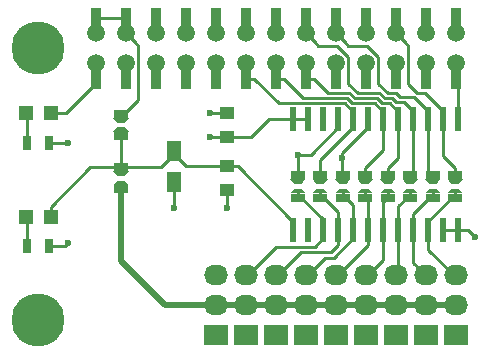
<source format=gtl>
G04 #@! TF.FileFunction,Copper,L1,Top,Signal*
%FSLAX46Y46*%
G04 Gerber Fmt 4.6, Leading zero omitted, Abs format (unit mm)*
G04 Created by KiCad (PCBNEW 4.0.0-stable) date Tuesday, March 22, 2016 'PMt' 06:17:10 PM*
%MOMM*%
G01*
G04 APERTURE LIST*
%ADD10C,0.100000*%
%ADD11R,1.250000X1.000000*%
%ADD12R,1.230000X1.800000*%
%ADD13C,4.500000*%
%ADD14R,0.889000X1.680000*%
%ADD15C,1.500000*%
%ADD16R,2.032000X1.727200*%
%ADD17O,2.032000X1.727200*%
%ADD18R,0.600000X2.000000*%
%ADD19R,1.198880X1.198880*%
%ADD20R,0.700000X1.300000*%
%ADD21R,1.300000X0.700000*%
%ADD22C,0.600000*%
%ADD23C,0.250000*%
%ADD24C,0.500000*%
G04 APERTURE END LIST*
D10*
D11*
X19500000Y19000000D03*
X19500000Y21000000D03*
D12*
X15000000Y15190000D03*
X15000000Y17810000D03*
D11*
X19500000Y16500000D03*
X19500000Y14500000D03*
D13*
X3500000Y26500000D03*
X3500000Y3500000D03*
D14*
X8370000Y23920000D03*
X8370000Y29080000D03*
X10910000Y23920000D03*
X10910000Y29080000D03*
X13450000Y23920000D03*
X13450000Y29080000D03*
X15990000Y23920000D03*
X15990000Y29080000D03*
X18530000Y23920000D03*
X18530000Y29080000D03*
X21070000Y23920000D03*
X21070000Y29080000D03*
X23610000Y23920000D03*
X23610000Y29080000D03*
X26150000Y23920000D03*
X26150000Y29080000D03*
X28690000Y23920000D03*
X28690000Y29080000D03*
X31230000Y23920000D03*
X31230000Y29080000D03*
X33770000Y23920000D03*
X33770000Y29080000D03*
X36310000Y23920000D03*
X36310000Y29080000D03*
X38850000Y23920000D03*
X38850000Y29080000D03*
D15*
X8370000Y25230000D03*
X8370000Y27770000D03*
X10910000Y25230000D03*
X13450000Y25230000D03*
X15990000Y25230000D03*
X18530000Y25230000D03*
X21070000Y25230000D03*
X23610000Y25230000D03*
X26150000Y25230000D03*
X28690000Y25230000D03*
X31230000Y25230000D03*
X33770000Y25230000D03*
X36310000Y25230000D03*
X38850000Y25230000D03*
X10910000Y27770000D03*
X13450000Y27770000D03*
X15990000Y27770000D03*
X18530000Y27770000D03*
X21070000Y27770000D03*
X23610000Y27770000D03*
X26150000Y27770000D03*
X28690000Y27770000D03*
X31230000Y27770000D03*
X33770000Y27770000D03*
X36310000Y27770000D03*
X38850000Y27770000D03*
D16*
X18530000Y2200000D03*
D17*
X18530000Y4740000D03*
X18530000Y7280000D03*
D16*
X21070000Y2200000D03*
D17*
X21070000Y4740000D03*
X21070000Y7280000D03*
D16*
X23610000Y2200000D03*
D17*
X23610000Y4740000D03*
X23610000Y7280000D03*
D16*
X26150000Y2200000D03*
D17*
X26150000Y4740000D03*
X26150000Y7280000D03*
D16*
X28690000Y2200000D03*
D17*
X28690000Y4740000D03*
X28690000Y7280000D03*
D16*
X31230000Y2200000D03*
D17*
X31230000Y4740000D03*
X31230000Y7280000D03*
D16*
X33770000Y2200000D03*
D17*
X33770000Y4740000D03*
X33770000Y7280000D03*
D16*
X36310000Y2200000D03*
D17*
X36310000Y4740000D03*
X36310000Y7280000D03*
D16*
X38850000Y2200000D03*
D17*
X38850000Y4740000D03*
X38850000Y7280000D03*
D18*
X25085000Y11110000D03*
X26355000Y11110000D03*
X27625000Y11110000D03*
X28895000Y11110000D03*
X30165000Y11110000D03*
X31435000Y11110000D03*
X32705000Y11110000D03*
X33975000Y11110000D03*
X35245000Y11110000D03*
X36515000Y11110000D03*
X37785000Y11110000D03*
X39055000Y11110000D03*
X39055000Y20510000D03*
X37785000Y20510000D03*
X36515000Y20510000D03*
X35245000Y20510000D03*
X33975000Y20510000D03*
X32705000Y20510000D03*
X31435000Y20510000D03*
X30165000Y20510000D03*
X28895000Y20510000D03*
X27625000Y20510000D03*
X26355000Y20510000D03*
X25085000Y20510000D03*
D19*
X4549020Y21000000D03*
X2450980Y21000000D03*
X4549020Y12250000D03*
X2450980Y12250000D03*
D20*
X2550000Y18500000D03*
X4450000Y18500000D03*
X2550000Y9750000D03*
X4450000Y9750000D03*
D21*
X10500000Y19050000D03*
X10500000Y20950000D03*
D10*
G36*
X11150000Y19400000D02*
X9850000Y19400000D01*
X10150000Y19800000D01*
X10850000Y19800000D01*
X11150000Y19400000D01*
X11150000Y19400000D01*
G37*
G36*
X10850000Y20200000D02*
X10150000Y20200000D01*
X9850000Y20600000D01*
X11150000Y20600000D01*
X10850000Y20200000D01*
X10850000Y20200000D01*
G37*
D21*
X10500000Y16450000D03*
X10500000Y14550000D03*
D10*
G36*
X9850000Y16100000D02*
X11150000Y16100000D01*
X10850000Y15700000D01*
X10150000Y15700000D01*
X9850000Y16100000D01*
X9850000Y16100000D01*
G37*
G36*
X10150000Y15300000D02*
X10850000Y15300000D01*
X11150000Y14900000D01*
X9850000Y14900000D01*
X10150000Y15300000D01*
X10150000Y15300000D01*
G37*
D21*
X25470000Y15760000D03*
X25470000Y13860000D03*
D10*
G36*
X24820000Y15410000D02*
X26120000Y15410000D01*
X25820000Y15010000D01*
X25120000Y15010000D01*
X24820000Y15410000D01*
X24820000Y15410000D01*
G37*
G36*
X25120000Y14610000D02*
X25820000Y14610000D01*
X26120000Y14210000D01*
X24820000Y14210000D01*
X25120000Y14610000D01*
X25120000Y14610000D01*
G37*
D21*
X27375000Y15760000D03*
X27375000Y13860000D03*
D10*
G36*
X26725000Y15410000D02*
X28025000Y15410000D01*
X27725000Y15010000D01*
X27025000Y15010000D01*
X26725000Y15410000D01*
X26725000Y15410000D01*
G37*
G36*
X27025000Y14610000D02*
X27725000Y14610000D01*
X28025000Y14210000D01*
X26725000Y14210000D01*
X27025000Y14610000D01*
X27025000Y14610000D01*
G37*
D21*
X29280000Y15760000D03*
X29280000Y13860000D03*
D10*
G36*
X28630000Y15410000D02*
X29930000Y15410000D01*
X29630000Y15010000D01*
X28930000Y15010000D01*
X28630000Y15410000D01*
X28630000Y15410000D01*
G37*
G36*
X28930000Y14610000D02*
X29630000Y14610000D01*
X29930000Y14210000D01*
X28630000Y14210000D01*
X28930000Y14610000D01*
X28930000Y14610000D01*
G37*
D21*
X31185000Y15760000D03*
X31185000Y13860000D03*
D10*
G36*
X30535000Y15410000D02*
X31835000Y15410000D01*
X31535000Y15010000D01*
X30835000Y15010000D01*
X30535000Y15410000D01*
X30535000Y15410000D01*
G37*
G36*
X30835000Y14610000D02*
X31535000Y14610000D01*
X31835000Y14210000D01*
X30535000Y14210000D01*
X30835000Y14610000D01*
X30835000Y14610000D01*
G37*
D21*
X33090000Y15760000D03*
X33090000Y13860000D03*
D10*
G36*
X32440000Y15410000D02*
X33740000Y15410000D01*
X33440000Y15010000D01*
X32740000Y15010000D01*
X32440000Y15410000D01*
X32440000Y15410000D01*
G37*
G36*
X32740000Y14610000D02*
X33440000Y14610000D01*
X33740000Y14210000D01*
X32440000Y14210000D01*
X32740000Y14610000D01*
X32740000Y14610000D01*
G37*
D21*
X34995000Y15760000D03*
X34995000Y13860000D03*
D10*
G36*
X34345000Y15410000D02*
X35645000Y15410000D01*
X35345000Y15010000D01*
X34645000Y15010000D01*
X34345000Y15410000D01*
X34345000Y15410000D01*
G37*
G36*
X34645000Y14610000D02*
X35345000Y14610000D01*
X35645000Y14210000D01*
X34345000Y14210000D01*
X34645000Y14610000D01*
X34645000Y14610000D01*
G37*
D21*
X36900000Y15760000D03*
X36900000Y13860000D03*
D10*
G36*
X36250000Y15410000D02*
X37550000Y15410000D01*
X37250000Y15010000D01*
X36550000Y15010000D01*
X36250000Y15410000D01*
X36250000Y15410000D01*
G37*
G36*
X36550000Y14610000D02*
X37250000Y14610000D01*
X37550000Y14210000D01*
X36250000Y14210000D01*
X36550000Y14610000D01*
X36550000Y14610000D01*
G37*
D21*
X38805000Y15760000D03*
X38805000Y13860000D03*
D10*
G36*
X38155000Y15410000D02*
X39455000Y15410000D01*
X39155000Y15010000D01*
X38455000Y15010000D01*
X38155000Y15410000D01*
X38155000Y15410000D01*
G37*
G36*
X38455000Y14610000D02*
X39155000Y14610000D01*
X39455000Y14210000D01*
X38155000Y14210000D01*
X38455000Y14610000D01*
X38455000Y14610000D01*
G37*
D22*
X18000000Y19000000D03*
X40500000Y10500000D03*
X15000000Y13000000D03*
X27625000Y20510000D03*
X26355000Y11110000D03*
X18000000Y21000000D03*
X19500000Y13000000D03*
X6000000Y18500000D03*
X6000000Y10000000D03*
X29250000Y17250000D03*
X25500000Y17500000D03*
D23*
X19500000Y19000000D02*
X18000000Y19000000D01*
X23010000Y20510000D02*
X21500000Y19000000D01*
X21500000Y19000000D02*
X19500000Y19000000D01*
X25085000Y20510000D02*
X23010000Y20510000D01*
X26355000Y20510000D02*
X25085000Y20510000D01*
X4549020Y21000000D02*
X5845500Y21000000D01*
X5845500Y21000000D02*
X8370000Y23524500D01*
X8370000Y23524500D02*
X8370000Y23920000D01*
X8370000Y23920000D02*
X8370000Y25230000D01*
X39055000Y11110000D02*
X39890000Y11110000D01*
X39890000Y11110000D02*
X40500000Y10500000D01*
X37785000Y11110000D02*
X39055000Y11110000D01*
X15000000Y15190000D02*
X15000000Y13000000D01*
X27625000Y20510000D02*
X27625000Y19810000D01*
X19500000Y21000000D02*
X18000000Y21000000D01*
X19500000Y14500000D02*
X19500000Y13000000D01*
X4450000Y18500000D02*
X6000000Y18500000D01*
X4450000Y9750000D02*
X5750000Y9750000D01*
X5750000Y9750000D02*
X6000000Y10000000D01*
X31230000Y29080000D02*
X31230000Y27770000D01*
X23610000Y29080000D02*
X23610000Y27770000D01*
X13450000Y29080000D02*
X13450000Y27770000D01*
X18530000Y23920000D02*
X18530000Y25230000D01*
X38850000Y23920000D02*
X38850000Y25230000D01*
X39055000Y20510000D02*
X39055000Y23715000D01*
X39055000Y23715000D02*
X38850000Y23920000D01*
X19500000Y16500000D02*
X20395000Y16500000D01*
X20395000Y16500000D02*
X25085000Y11810000D01*
X25085000Y11810000D02*
X25085000Y11110000D01*
X25015000Y11110000D02*
X25085000Y11110000D01*
X10500000Y16450000D02*
X7899580Y16450000D01*
X7899580Y16450000D02*
X4549020Y13099440D01*
X4549020Y13099440D02*
X4549020Y12250000D01*
X10500000Y16450000D02*
X13925000Y16450000D01*
X13925000Y16450000D02*
X15000000Y17525000D01*
X15000000Y17525000D02*
X15000000Y17810000D01*
X16025000Y16500000D02*
X18625000Y16500000D01*
X18625000Y16500000D02*
X19500000Y16500000D01*
X15000000Y17525000D02*
X16025000Y16500000D01*
X10500000Y16450000D02*
X10500000Y17050000D01*
X10500000Y17050000D02*
X10500000Y19050000D01*
X38805000Y15760000D02*
X38805000Y16360000D01*
X38805000Y16360000D02*
X37785000Y17380000D01*
X37785000Y17380000D02*
X37785000Y19260000D01*
X37785000Y19260000D02*
X37785000Y20510000D01*
X37785000Y20510000D02*
X37785000Y21210000D01*
X37785000Y21210000D02*
X36240001Y22754999D01*
X36240001Y22754999D02*
X35605499Y22754999D01*
X35605499Y22754999D02*
X34845001Y23515497D01*
X34845001Y23515497D02*
X34845001Y26694999D01*
X34845001Y26694999D02*
X34519999Y27020001D01*
X34519999Y27020001D02*
X33770000Y27770000D01*
X33770000Y29080000D02*
X33770000Y27770000D01*
X36515000Y11110000D02*
X36515000Y9462600D01*
X36515000Y9462600D02*
X38697600Y7280000D01*
X38697600Y7280000D02*
X38850000Y7280000D01*
X38805000Y13860000D02*
X38805000Y14410000D01*
X36515000Y11110000D02*
X36515000Y11870000D01*
X36515000Y11870000D02*
X38505000Y13860000D01*
X38505000Y13860000D02*
X38805000Y13860000D01*
X36515000Y20510000D02*
X36515000Y16145000D01*
X36515000Y16145000D02*
X36900000Y15760000D01*
X31356003Y26694999D02*
X29765001Y26694999D01*
X32305001Y25746001D02*
X31356003Y26694999D01*
X32305001Y23515497D02*
X32305001Y25746001D01*
X33787798Y22735023D02*
X33085475Y22735023D01*
X33085475Y22735023D02*
X32305001Y23515497D01*
X35324980Y22400020D02*
X34122801Y22400020D01*
X36515000Y20510000D02*
X36515000Y21210000D01*
X29439999Y27020001D02*
X28690000Y27770000D01*
X29765001Y26694999D02*
X29439999Y27020001D01*
X36515000Y21210000D02*
X35324980Y22400020D01*
X34122801Y22400020D02*
X33787798Y22735023D01*
X28690000Y29080000D02*
X28690000Y27770000D01*
X35245000Y11110000D02*
X35245000Y8345000D01*
X35245000Y8345000D02*
X36310000Y7280000D01*
X36900000Y13860000D02*
X36900000Y14410000D01*
X35245000Y11110000D02*
X35245000Y12505000D01*
X35245000Y12505000D02*
X36600000Y13860000D01*
X36600000Y13860000D02*
X36900000Y13860000D01*
X35245000Y20510000D02*
X35245000Y16010000D01*
X35245000Y16010000D02*
X34995000Y15760000D01*
X27225001Y26694999D02*
X26899999Y27020001D01*
X28816003Y26694999D02*
X27225001Y26694999D01*
X29765001Y23515497D02*
X29765001Y25746001D01*
X30545475Y22735023D02*
X29765001Y23515497D01*
X32817811Y22285012D02*
X32367801Y22735023D01*
X33786404Y21950009D02*
X33451401Y22285012D01*
X34504991Y21950009D02*
X33786404Y21950009D01*
X35245000Y20510000D02*
X35245000Y21210000D01*
X35245000Y21210000D02*
X34504991Y21950009D01*
X26899999Y27020001D02*
X26150000Y27770000D01*
X32367801Y22735023D02*
X30545475Y22735023D01*
X29765001Y25746001D02*
X28816003Y26694999D01*
X33451401Y22285012D02*
X32817811Y22285012D01*
X26150000Y29080000D02*
X26150000Y27770000D01*
X33975000Y11110000D02*
X33975000Y7485000D01*
X33975000Y7485000D02*
X33770000Y7280000D01*
X34995000Y13860000D02*
X34995000Y14410000D01*
X33975000Y11110000D02*
X33975000Y13140000D01*
X33975000Y13140000D02*
X34695000Y13860000D01*
X34695000Y13860000D02*
X34995000Y13860000D01*
X33090000Y15760000D02*
X33090000Y16360000D01*
X33090000Y16360000D02*
X33975000Y17245000D01*
X33975000Y17245000D02*
X33975000Y19260000D01*
X33975000Y19260000D02*
X33975000Y20510000D01*
X33975000Y20510000D02*
X33975000Y21125002D01*
X33265001Y21835001D02*
X32631411Y21835001D01*
X26844500Y23920000D02*
X26150000Y23920000D01*
X28029477Y22735023D02*
X26844500Y23920000D01*
X33975000Y21125002D02*
X33265001Y21835001D01*
X32631411Y21835001D02*
X32181401Y22285012D01*
X30277811Y22285012D02*
X29827801Y22735023D01*
X32181401Y22285012D02*
X30277811Y22285012D01*
X29827801Y22735023D02*
X28029477Y22735023D01*
X26150000Y23920000D02*
X26150000Y25230000D01*
X32705000Y11110000D02*
X32705000Y8602600D01*
X32705000Y8602600D02*
X31382400Y7280000D01*
X31382400Y7280000D02*
X31230000Y7280000D01*
X33090000Y13860000D02*
X33090000Y14410000D01*
X32705000Y11110000D02*
X32705000Y13475000D01*
X32705000Y13475000D02*
X33090000Y13860000D01*
X31185000Y15760000D02*
X31185000Y16360000D01*
X31185000Y16360000D02*
X32705000Y17880000D01*
X32705000Y17880000D02*
X32705000Y19260000D01*
X32705000Y19260000D02*
X32705000Y20510000D01*
X32705000Y21125002D02*
X31995001Y21835001D01*
X24304500Y23920000D02*
X23610000Y23920000D01*
X31995001Y21835001D02*
X30091411Y21835001D01*
X32705000Y20510000D02*
X32705000Y21125002D01*
X30091411Y21835001D02*
X29641401Y22285012D01*
X29641401Y22285012D02*
X25939488Y22285012D01*
X25939488Y22285012D02*
X24304500Y23920000D01*
X23610000Y23920000D02*
X23610000Y25230000D01*
X31435000Y11110000D02*
X31435000Y9872600D01*
X31435000Y9872600D02*
X28842400Y7280000D01*
X28842400Y7280000D02*
X28690000Y7280000D01*
X31185000Y13860000D02*
X31185000Y14410000D01*
X31435000Y11110000D02*
X31435000Y13610000D01*
X31435000Y13610000D02*
X31185000Y13860000D01*
X29250000Y17250000D02*
X29250000Y15790000D01*
X29250000Y15790000D02*
X29280000Y15760000D01*
X31435000Y20510000D02*
X31435000Y19810000D01*
X31435000Y19810000D02*
X29250000Y17625000D01*
X29250000Y17625000D02*
X29250000Y17250000D01*
X21070000Y29080000D02*
X21070000Y27770000D01*
X28505000Y8750000D02*
X27772400Y8750000D01*
X27772400Y8750000D02*
X26302400Y7280000D01*
X26302400Y7280000D02*
X26150000Y7280000D01*
X30165000Y11110000D02*
X30165000Y10410000D01*
X30165000Y10410000D02*
X28505000Y8750000D01*
X29280000Y13860000D02*
X29280000Y14410000D01*
X30165000Y11110000D02*
X30165000Y12975000D01*
X30165000Y12975000D02*
X30180000Y12990000D01*
X30180000Y12990000D02*
X30180000Y13260000D01*
X30180000Y13260000D02*
X29580000Y13860000D01*
X29580000Y13860000D02*
X29280000Y13860000D01*
X27375000Y15760000D02*
X27375000Y17020000D01*
X27375000Y17020000D02*
X30165000Y19810000D01*
X30165000Y19810000D02*
X30165000Y20510000D01*
X21764500Y23920000D02*
X21070000Y23920000D01*
X29455001Y21835001D02*
X23849499Y21835001D01*
X30165000Y20510000D02*
X30165000Y21125002D01*
X30165000Y21125002D02*
X29455001Y21835001D01*
X23849499Y21835001D02*
X21764500Y23920000D01*
X21070000Y23920000D02*
X21070000Y25230000D01*
X28285000Y9250000D02*
X25732400Y9250000D01*
X25732400Y9250000D02*
X23762400Y7280000D01*
X23762400Y7280000D02*
X23610000Y7280000D01*
X28895000Y11110000D02*
X28895000Y9860000D01*
X28895000Y9860000D02*
X28285000Y9250000D01*
X27375000Y13860000D02*
X27375000Y14410000D01*
X28895000Y11110000D02*
X28895000Y12640000D01*
X28895000Y12640000D02*
X27675000Y13860000D01*
X27675000Y13860000D02*
X27375000Y13860000D01*
X25500000Y17500000D02*
X26585000Y17500000D01*
X26585000Y17500000D02*
X28895000Y19810000D01*
X28895000Y19810000D02*
X28895000Y20510000D01*
X25470000Y15760000D02*
X25470000Y17470000D01*
X25470000Y17470000D02*
X25500000Y17500000D01*
X15990000Y23920000D02*
X15990000Y25230000D01*
X27625000Y11110000D02*
X27625000Y10410000D01*
X27625000Y10410000D02*
X26915010Y9700010D01*
X26915010Y9700010D02*
X23642410Y9700010D01*
X23642410Y9700010D02*
X21222400Y7280000D01*
X21222400Y7280000D02*
X21070000Y7280000D01*
X25470000Y13860000D02*
X25470000Y14410000D01*
X27625000Y11110000D02*
X27625000Y12005000D01*
X27625000Y12005000D02*
X25770000Y13860000D01*
X25770000Y13860000D02*
X25470000Y13860000D01*
D24*
X14250000Y4750000D02*
X10500000Y8500000D01*
X10500000Y8500000D02*
X10500000Y14550000D01*
X18367600Y4750000D02*
X14250000Y4750000D01*
X18530000Y4740000D02*
X18377600Y4740000D01*
X18377600Y4740000D02*
X18367600Y4750000D01*
X21070000Y4740000D02*
X18530000Y4740000D01*
X23610000Y4740000D02*
X21070000Y4740000D01*
X26150000Y4740000D02*
X23610000Y4740000D01*
X28690000Y4740000D02*
X26150000Y4740000D01*
X31230000Y4740000D02*
X28690000Y4740000D01*
X33770000Y4740000D02*
X31230000Y4740000D01*
X36310000Y4740000D02*
X33770000Y4740000D01*
X38850000Y4740000D02*
X36310000Y4740000D01*
D23*
X10500000Y20950000D02*
X10500000Y20400000D01*
X10910000Y29080000D02*
X8370000Y29080000D01*
X10500000Y20950000D02*
X10800000Y20950000D01*
X10800000Y20950000D02*
X11985001Y22135001D01*
X11985001Y22135001D02*
X11985001Y26694999D01*
X11985001Y26694999D02*
X11659999Y27020001D01*
X11659999Y27020001D02*
X10910000Y27770000D01*
X10910000Y29080000D02*
X10910000Y27770000D01*
X8370000Y29080000D02*
X8370000Y27770000D01*
X10910000Y23920000D02*
X10910000Y25230000D01*
X13450000Y23920000D02*
X13450000Y25230000D01*
X15990000Y29080000D02*
X15990000Y27770000D01*
X18530000Y29080000D02*
X18530000Y27770000D01*
X28690000Y23920000D02*
X28690000Y25230000D01*
X31230000Y23920000D02*
X31230000Y25230000D01*
X33770000Y23920000D02*
X33770000Y25230000D01*
X36310000Y23920000D02*
X36310000Y25230000D01*
X36310000Y29080000D02*
X36310000Y27770000D01*
X38850000Y29080000D02*
X38850000Y27770000D01*
X2550000Y18500000D02*
X2550000Y20900980D01*
X2550000Y20900980D02*
X2450980Y21000000D01*
X2550000Y9750000D02*
X2550000Y12150980D01*
X2550000Y12150980D02*
X2450980Y12250000D01*
M02*

</source>
